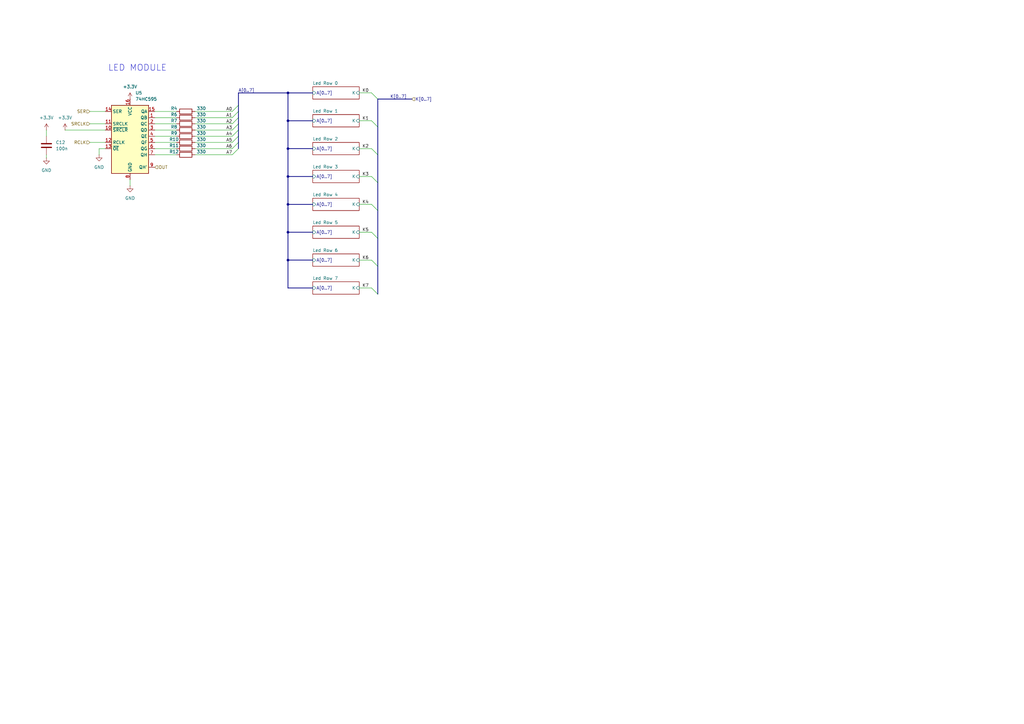
<source format=kicad_sch>
(kicad_sch (version 20231120) (generator "eeschema") (generator_version "8.0")
  (paper "A3")
  (lib_symbols
    (symbol "74xx:74HC595"
      (property "Reference" "U" (at -7.62 13.97 0))
      (property "Value" "74HC595" (at -7.62 -16.51 0))
      (symbol "74HC595_1_0"
        (pin tri_state line (at 10.16 7.62 180) (length 2.54) (name "QB") (number "1"))
        (pin input line (at -10.16 2.54 0) (length 2.54) (name "~{SRCLR}") (number "10"))
        (pin input line (at -10.16 5.08 0) (length 2.54) (name "SRCLK") (number "11"))
        (pin input line (at -10.16 -2.54 0) (length 2.54) (name "RCLK") (number "12"))
        (pin input line (at -10.16 -5.08 0) (length 2.54) (name "~{OE}") (number "13"))
        (pin input line (at -10.16 10.16 0) (length 2.54) (name "SER") (number "14"))
        (pin tri_state line (at 10.16 10.16 180) (length 2.54) (name "QA") (number "15"))
        (pin power_in line (at 0 15.24 270) (length 2.54) (name "VCC") (number "16"))
        (pin tri_state line (at 10.16 5.08 180) (length 2.54) (name "QC") (number "2"))
        (pin tri_state line (at 10.16 2.54 180) (length 2.54) (name "QD") (number "3"))
        (pin tri_state line (at 10.16 0 180) (length 2.54) (name "QE") (number "4"))
        (pin tri_state line (at 10.16 -2.54 180) (length 2.54) (name "QF") (number "5"))
        (pin tri_state line (at 10.16 -5.08 180) (length 2.54) (name "QG") (number "6"))
        (pin tri_state line (at 10.16 -7.62 180) (length 2.54) (name "QH") (number "7"))
        (pin power_in line (at 0 -17.78 90) (length 2.54) (name "GND") (number "8"))
        (pin output line (at 10.16 -12.7 180) (length 2.54) (name "QH'") (number "9"))
      )
      (symbol "74HC595_1_1"
        (rectangle (start -7.62 12.7) (end 7.62 -15.24) (stroke (width 0.254)) (fill (type background)))
      )
    )
    (symbol "Device:C" (pin_numbers hide) (pin_names (offset 0.254))
      (property "Reference" "C" (at 0.635 2.54 0))
      (property "Value" "C" (at 0.635 -2.54 0))
      (symbol "C_0_1"
        (polyline (pts (xy -2.032 -0.762) (xy 2.032 -0.762)) (stroke (width 0.508)))
        (polyline (pts (xy -2.032 0.762) (xy 2.032 0.762)) (stroke (width 0.508)))
      )
      (symbol "C_1_1"
        (pin passive line (at 0 3.81 270) (length 2.794) (name "~") (number "1"))
        (pin passive line (at 0 -3.81 90) (length 2.794) (name "~") (number "2"))
      )
    )
    (symbol "Device:R" (pin_numbers hide) (pin_names (offset 0))
      (property "Reference" "R" (at 2.032 0 90))
      (property "Value" "R" (at 0 0 90))
      (symbol "R_0_1"
        (rectangle (start -1.016 -2.54) (end 1.016 2.54) (stroke (width 0.254)))
      )
      (symbol "R_1_1"
        (pin passive line (at 0 3.81 270) (length 1.27) (name "~") (number "1"))
        (pin passive line (at 0 -3.81 90) (length 1.27) (name "~") (number "2"))
      )
    )
    (symbol "power:+3.3V" (power) (pin_numbers hide) (pin_names (offset 0) hide)
      (property "Value" "+3.3V" (at 0 3.556 0))
      (symbol "+3.3V_0_1"
        (polyline (pts (xy -0.762 1.27) (xy 0 2.54)))
        (polyline (pts (xy 0 0) (xy 0 2.54)))
        (polyline (pts (xy 0 2.54) (xy 0.762 1.27)))
      )
      (symbol "+3.3V_1_1"
        (pin power_in line (at 0 0 90) (length 0) (name "~") (number "1"))
      )
    )
    (symbol "power:GND" (power) (pin_numbers hide) (pin_names (offset 0) hide)
      (property "Value" "GND" (at 0 -3.81 0))
      (symbol "GND_0_1"
        (polyline (pts (xy 0 0) (xy 0 -1.27) (xy 1.27 -1.27) (xy 0 -2.54) (xy -1.27 -1.27) (xy 0 -1.27)))
      )
      (symbol "GND_1_1"
        (pin power_in line (at 0 0 270) (length 0) (name "~") (number "1"))
      )
    )
  )
  (junction (at 118.11 83.82))
  (junction (at 118.11 72.39))
  (junction (at 118.11 49.53))
  (junction (at 118.11 38.1))
  (junction (at 118.11 106.68))
  (junction (at 118.11 60.96))
  (junction (at 118.11 95.25))
  (bus_entry (at 95.25 55.88) (size 2.54 -2.54))
  (bus_entry (at 152.4 38.1) (size 2.54 2.54))
  (bus_entry (at 152.4 118.11) (size 2.54 2.54))
  (bus_entry (at 152.4 72.39) (size 2.54 2.54))
  (bus_entry (at 152.4 49.53) (size 2.54 2.54))
  (bus_entry (at 95.25 58.42) (size 2.54 -2.54))
  (bus_entry (at 95.25 60.96) (size 2.54 -2.54))
  (bus_entry (at 95.25 63.5) (size 2.54 -2.54))
  (bus_entry (at 95.25 48.26) (size 2.54 -2.54))
  (bus_entry (at 152.4 95.25) (size 2.54 2.54))
  (bus_entry (at 152.4 60.96) (size 2.54 2.54))
  (bus_entry (at 95.25 45.72) (size 2.54 -2.54))
  (bus_entry (at 152.4 83.82) (size 2.54 2.54))
  (bus_entry (at 152.4 106.68) (size 2.54 2.54))
  (bus_entry (at 95.25 53.34) (size 2.54 -2.54))
  (bus_entry (at 95.25 50.8) (size 2.54 -2.54))
  (wire (pts (xy 36.83 45.72) (xy 43.18 45.72)))
  (wire (pts (xy 36.83 50.8) (xy 43.18 50.8)))
  (bus (pts (xy 118.11 49.53) (xy 118.11 60.96)))
  (wire (pts (xy 147.32 83.82) (xy 152.4 83.82)))
  (wire (pts (xy 53.34 73.66) (xy 53.34 76.2)))
  (wire (pts (xy 80.01 53.34) (xy 95.25 53.34)))
  (wire (pts (xy 63.5 48.26) (xy 72.39 48.26)))
  (wire (pts (xy 147.32 95.25) (xy 152.4 95.25)))
  (bus (pts (xy 118.11 60.96) (xy 118.11 72.39)))
  (bus (pts (xy 154.94 40.64) (xy 168.91 40.64)))
  (wire (pts (xy 36.83 58.42) (xy 43.18 58.42)))
  (bus (pts (xy 118.11 106.68) (xy 118.11 118.11)))
  (wire (pts (xy 19.05 53.34) (xy 19.05 55.88)))
  (wire (pts (xy 63.5 63.5) (xy 72.39 63.5)))
  (wire (pts (xy 147.32 118.11) (xy 152.4 118.11)))
  (bus (pts (xy 118.11 38.1) (xy 128.27 38.1)))
  (bus (pts (xy 118.11 95.25) (xy 118.11 106.68)))
  (bus (pts (xy 118.11 60.96) (xy 128.27 60.96)))
  (bus (pts (xy 118.11 72.39) (xy 128.27 72.39)))
  (bus (pts (xy 118.11 83.82) (xy 118.11 95.25)))
  (wire (pts (xy 80.01 63.5) (xy 95.25 63.5)))
  (bus (pts (xy 97.79 55.88) (xy 97.79 53.34)))
  (bus (pts (xy 97.79 38.1) (xy 118.11 38.1)))
  (bus (pts (xy 97.79 60.96) (xy 97.79 58.42)))
  (bus (pts (xy 154.94 97.79) (xy 154.94 86.36)))
  (bus (pts (xy 118.11 106.68) (xy 128.27 106.68)))
  (bus (pts (xy 97.79 48.26) (xy 97.79 45.72)))
  (bus (pts (xy 118.11 118.11) (xy 128.27 118.11)))
  (bus (pts (xy 154.94 63.5) (xy 154.94 52.07)))
  (wire (pts (xy 147.32 49.53) (xy 152.4 49.53)))
  (wire (pts (xy 80.01 50.8) (xy 95.25 50.8)))
  (wire (pts (xy 63.5 58.42) (xy 72.39 58.42)))
  (wire (pts (xy 147.32 72.39) (xy 152.4 72.39)))
  (wire (pts (xy 147.32 60.96) (xy 152.4 60.96)))
  (wire (pts (xy 63.5 50.8) (xy 72.39 50.8)))
  (wire (pts (xy 80.01 60.96) (xy 95.25 60.96)))
  (wire (pts (xy 63.5 53.34) (xy 72.39 53.34)))
  (bus (pts (xy 97.79 58.42) (xy 97.79 55.88)))
  (wire (pts (xy 80.01 45.72) (xy 95.25 45.72)))
  (wire (pts (xy 80.01 58.42) (xy 95.25 58.42)))
  (bus (pts (xy 154.94 109.22) (xy 154.94 97.79)))
  (wire (pts (xy 40.64 60.96) (xy 43.18 60.96)))
  (bus (pts (xy 97.79 53.34) (xy 97.79 50.8)))
  (bus (pts (xy 154.94 120.65) (xy 154.94 109.22)))
  (bus (pts (xy 118.11 95.25) (xy 128.27 95.25)))
  (wire (pts (xy 80.01 55.88) (xy 95.25 55.88)))
  (wire (pts (xy 80.01 48.26) (xy 95.25 48.26)))
  (bus (pts (xy 118.11 49.53) (xy 128.27 49.53)))
  (wire (pts (xy 19.05 63.5) (xy 19.05 64.77)))
  (bus (pts (xy 154.94 52.07) (xy 154.94 40.64)))
  (wire (pts (xy 147.32 106.68) (xy 152.4 106.68)))
  (bus (pts (xy 97.79 45.72) (xy 97.79 43.18)))
  (wire (pts (xy 63.5 55.88) (xy 72.39 55.88)))
  (wire (pts (xy 26.67 53.34) (xy 43.18 53.34)))
  (bus (pts (xy 97.79 50.8) (xy 97.79 48.26)))
  (wire (pts (xy 147.32 38.1) (xy 152.4 38.1)))
  (bus (pts (xy 118.11 83.82) (xy 128.27 83.82)))
  (bus (pts (xy 97.79 43.18) (xy 97.79 38.1)))
  (bus (pts (xy 154.94 74.93) (xy 154.94 63.5)))
  (bus (pts (xy 154.94 86.36) (xy 154.94 74.93)))
  (bus (pts (xy 118.11 38.1) (xy 118.11 49.53)))
  (wire (pts (xy 40.64 63.5) (xy 40.64 60.96)))
  (wire (pts (xy 63.5 60.96) (xy 72.39 60.96)))
  (wire (pts (xy 63.5 45.72) (xy 72.39 45.72)))
  (bus (pts (xy 118.11 72.39) (xy 118.11 83.82)))
  (text "LED MODULE" (at 56.388 27.94 0) (effects (font (size 2.54 2.54))))
  (label "A1" (at 95.25 48.26 180))
  (label "A4" (at 95.25 55.88 180))
  (label "K2" (at 148.59 60.96 0))
  (label "A0" (at 95.25 45.72 180))
  (label "K4" (at 148.59 83.82 0))
  (label "K5" (at 148.59 95.25 0))
  (label "K6" (at 148.59 106.68 0))
  (label "K3" (at 148.59 72.39 0))
  (label "K[0..7]" (at 160.02 40.64 0))
  (label "K0" (at 148.59 38.1 0))
  (label "A[0..7]" (at 97.79 38.1 0))
  (label "A3" (at 95.25 53.34 180))
  (label "K7" (at 148.59 118.11 0))
  (label "A2" (at 95.25 50.8 180))
  (label "K1" (at 148.59 49.53 0))
  (label "A5" (at 95.25 58.42 180))
  (label "A6" (at 95.25 60.96 180))
  (label "A7" (at 95.25 63.5 180))
  (hierarchical_label "K[0..7]" (shape input) (at 168.91 40.64 0))
  (hierarchical_label "SER" (shape input) (at 36.83 45.72 180))
  (hierarchical_label "SRCLK" (shape input) (at 36.83 50.8 180))
  (hierarchical_label "OUT" (shape input) (at 63.5 68.58 0))
  (hierarchical_label "RCLK" (shape input) (at 36.83 58.42 180))
  (symbol (lib_id "Device:C") (at 19.05 59.69 0) (unit 1)
    (property "Reference" "C12" (at 22.86 58.4199 0) (effects (justify left)))
    (property "Value" "100n" (at 22.86 60.9599 0) (effects (justify left)))
    (property "Footprint" "Capacitor_SMD:C_0402_1005Metric" (effects (hide yes)))
    (property "Description" "Unpolarized capacitor" (effects (hide yes)))
    (instances (project "electronics-practice" (path "" (reference "C12") (unit 1)) (path "" (reference "C13") (unit 1)) (path "" (reference "C14") (unit 1)) (path "" (reference "C15") (unit 1)) (path "" (reference "C16") (unit 1)) (path "" (reference "C22") (unit 1)) (path "" (reference "C23") (unit 1)) (path "" (reference "C24") (unit 1)) (path "" (reference "C25") (unit 1)) (path "" (reference "C26") (unit 1)) (path "" (reference "C27") (unit 1)) (path "" (reference "C28") (unit 1)) (path "" (reference "C29") (unit 1)) (path "" (reference "C30") (unit 1)) (path "" (reference "C31") (unit 1)) (path "" (reference "C32") (unit 1))))
  )
  (symbol (lib_id "Device:R") (at 76.2 63.5 90) (unit 1)
    (property "Reference" "R12" (at 71.374 62.23 90))
    (property "Value" "330" (at 82.55 62.23 90))
    (property "Footprint" "Resistor_SMD:R_0402_1005Metric" (effects (hide yes)))
    (property "Description" "Resistor" (effects (hide yes)))
    (instances (project "electronics-practice" (path "" (reference "R12") (unit 1)) (path "" (reference "R20") (unit 1)) (path "" (reference "R27") (unit 1)) (path "" (reference "R35") (unit 1)) (path "" (reference "R43") (unit 1)) (path "" (reference "R51") (unit 1)) (path "" (reference "R59") (unit 1)) (path "" (reference "R67") (unit 1)) (path "" (reference "R75") (unit 1)) (path "" (reference "R83") (unit 1)) (path "" (reference "R91") (unit 1)) (path "" (reference "R99") (unit 1)) (path "" (reference "R107") (unit 1)) (path "" (reference "R115") (unit 1)) (path "" (reference "R123") (unit 1)) (path "" (reference "R131") (unit 1))))
  )
  (symbol (lib_id "Device:R") (at 76.2 58.42 90) (unit 1)
    (property "Reference" "R10" (at 71.374 57.15 90))
    (property "Value" "330" (at 82.55 57.15 90))
    (property "Footprint" "Resistor_SMD:R_0402_1005Metric" (effects (hide yes)))
    (property "Description" "Resistor" (effects (hide yes)))
    (instances (project "electronics-practice" (path "" (reference "R10") (unit 1)) (path "" (reference "R18") (unit 1)) (path "" (reference "R25") (unit 1)) (path "" (reference "R33") (unit 1)) (path "" (reference "R41") (unit 1)) (path "" (reference "R49") (unit 1)) (path "" (reference "R57") (unit 1)) (path "" (reference "R65") (unit 1)) (path "" (reference "R73") (unit 1)) (path "" (reference "R81") (unit 1)) (path "" (reference "R89") (unit 1)) (path "" (reference "R97") (unit 1)) (path "" (reference "R105") (unit 1)) (path "" (reference "R113") (unit 1)) (path "" (reference "R121") (unit 1)) (path "" (reference "R129") (unit 1))))
  )
  (symbol (lib_id "power:GND") (at 40.64 63.5 0) (unit 1)
    (property "Reference" "#PWR041" (effects (hide yes)))
    (property "Value" "GND" (at 40.64 68.58 0))
    (property "Description" "Power symbol creates a global label with name \"GND\" , ground" (effects (hide yes)))
    (instances (project "electronics-practice" (path "" (reference "#PWR041") (unit 1)) (path "" (reference "#PWR050") (unit 1)) (path "" (reference "#PWR056") (unit 1)) (path "" (reference "#PWR070") (unit 1)) (path "" (reference "#PWR084") (unit 1)) (path "" (reference "#PWR0100") (unit 1)) (path "" (reference "#PWR0118") (unit 1)) (path "" (reference "#PWR0138") (unit 1)) (path "" (reference "#PWR0154") (unit 1)) (path "" (reference "#PWR0160") (unit 1)) (path "" (reference "#PWR0166") (unit 1)) (path "" (reference "#PWR0172") (unit 1)) (path "" (reference "#PWR0210") (unit 1)) (path "" (reference "#PWR0216") (unit 1)) (path "" (reference "#PWR0222") (unit 1)) (path "" (reference "#PWR0228") (unit 1))))
  )
  (symbol (lib_id "Device:R") (at 76.2 48.26 90) (unit 1)
    (property "Reference" "R6" (at 71.374 46.99 90))
    (property "Value" "330" (at 82.55 46.99 90))
    (property "Footprint" "Resistor_SMD:R_0402_1005Metric" (effects (hide yes)))
    (property "Description" "Resistor" (effects (hide yes)))
    (instances (project "electronics-practice" (path "" (reference "R6") (unit 1)) (path "" (reference "R14") (unit 1)) (path "" (reference "R21") (unit 1)) (path "" (reference "R29") (unit 1)) (path "" (reference "R37") (unit 1)) (path "" (reference "R45") (unit 1)) (path "" (reference "R53") (unit 1)) (path "" (reference "R61") (unit 1)) (path "" (reference "R69") (unit 1)) (path "" (reference "R77") (unit 1)) (path "" (reference "R85") (unit 1)) (path "" (reference "R93") (unit 1)) (path "" (reference "R101") (unit 1)) (path "" (reference "R109") (unit 1)) (path "" (reference "R117") (unit 1)) (path "" (reference "R125") (unit 1))))
  )
  (symbol (lib_id "power:GND") (at 19.05 64.77 0) (unit 1)
    (property "Reference" "#PWR0103" (effects (hide yes)))
    (property "Value" "GND" (at 19.05 69.85 0))
    (property "Description" "Power symbol creates a global label with name \"GND\" , ground" (effects (hide yes)))
    (instances (project "electronics-practice" (path "" (reference "#PWR0103") (unit 1)) (path "" (reference "#PWR054") (unit 1)) (path "" (reference "#PWR068") (unit 1)) (path "" (reference "#PWR082") (unit 1)) (path "" (reference "#PWR098") (unit 1)) (path "" (reference "#PWR0116") (unit 1)) (path "" (reference "#PWR0134") (unit 1)) (path "" (reference "#PWR0152") (unit 1)) (path "" (reference "#PWR0158") (unit 1)) (path "" (reference "#PWR0164") (unit 1)) (path "" (reference "#PWR0170") (unit 1)) (path "" (reference "#PWR0208") (unit 1)) (path "" (reference "#PWR0214") (unit 1)) (path "" (reference "#PWR0220") (unit 1)) (path "" (reference "#PWR0226") (unit 1)) (path "" (reference "#PWR047") (unit 1))))
  )
  (symbol (lib_id "Device:R") (at 76.2 60.96 90) (unit 1)
    (property "Reference" "R11" (at 71.374 59.69 90))
    (property "Value" "330" (at 82.55 59.69 90))
    (property "Footprint" "Resistor_SMD:R_0402_1005Metric" (effects (hide yes)))
    (property "Description" "Resistor" (effects (hide yes)))
    (instances (project "electronics-practice" (path "" (reference "R11") (unit 1)) (path "" (reference "R19") (unit 1)) (path "" (reference "R26") (unit 1)) (path "" (reference "R34") (unit 1)) (path "" (reference "R42") (unit 1)) (path "" (reference "R50") (unit 1)) (path "" (reference "R58") (unit 1)) (path "" (reference "R66") (unit 1)) (path "" (reference "R74") (unit 1)) (path "" (reference "R82") (unit 1)) (path "" (reference "R90") (unit 1)) (path "" (reference "R98") (unit 1)) (path "" (reference "R106") (unit 1)) (path "" (reference "R114") (unit 1)) (path "" (reference "R122") (unit 1)) (path "" (reference "R130") (unit 1))))
  )
  (symbol (lib_id "power:+3.3V") (at 26.67 53.34 0) (unit 1)
    (property "Reference" "#PWR040" (effects (hide yes)))
    (property "Value" "+3.3V" (at 26.67 48.26 0))
    (property "Description" "Power symbol creates a global label with name \"+3.3V\"" (effects (hide yes)))
    (instances (project "electronics-practice" (path "" (reference "#PWR040") (unit 1)) (path "" (reference "#PWR049") (unit 1)) (path "" (reference "#PWR055") (unit 1)) (path "" (reference "#PWR069") (unit 1)) (path "" (reference "#PWR083") (unit 1)) (path "" (reference "#PWR099") (unit 1)) (path "" (reference "#PWR0117") (unit 1)) (path "" (reference "#PWR0135") (unit 1)) (path "" (reference "#PWR0153") (unit 1)) (path "" (reference "#PWR0159") (unit 1)) (path "" (reference "#PWR0165") (unit 1)) (path "" (reference "#PWR0171") (unit 1)) (path "" (reference "#PWR0209") (unit 1)) (path "" (reference "#PWR0215") (unit 1)) (path "" (reference "#PWR0221") (unit 1)) (path "" (reference "#PWR0227") (unit 1))))
  )
  (symbol (lib_id "Device:R") (at 76.2 45.72 90) (unit 1)
    (property "Reference" "R4" (at 71.374 44.45 90))
    (property "Value" "330" (at 82.55 44.45 90))
    (property "Footprint" "Resistor_SMD:R_0402_1005Metric" (effects (hide yes)))
    (property "Description" "Resistor" (effects (hide yes)))
    (instances (project "electronics-practice" (path "" (reference "R4") (unit 1)) (path "" (reference "R5") (unit 1)) (path "" (reference "R13") (unit 1)) (path "" (reference "R28") (unit 1)) (path "" (reference "R36") (unit 1)) (path "" (reference "R44") (unit 1)) (path "" (reference "R52") (unit 1)) (path "" (reference "R60") (unit 1)) (path "" (reference "R68") (unit 1)) (path "" (reference "R76") (unit 1)) (path "" (reference "R84") (unit 1)) (path "" (reference "R92") (unit 1)) (path "" (reference "R100") (unit 1)) (path "" (reference "R108") (unit 1)) (path "" (reference "R116") (unit 1)) (path "" (reference "R124") (unit 1))))
  )
  (symbol (lib_id "power:+3.3V") (at 19.05 53.34 0) (unit 1)
    (property "Reference" "#PWR044" (effects (hide yes)))
    (property "Value" "+3.3V" (at 19.05 48.26 0))
    (property "Description" "Power symbol creates a global label with name \"+3.3V\"" (effects (hide yes)))
    (instances (project "electronics-practice" (path "" (reference "#PWR044") (unit 1)) (path "" (reference "#PWR046") (unit 1)) (path "" (reference "#PWR045") (unit 1)) (path "" (reference "#PWR067") (unit 1)) (path "" (reference "#PWR081") (unit 1)) (path "" (reference "#PWR095") (unit 1)) (path "" (reference "#PWR0115") (unit 1)) (path "" (reference "#PWR0133") (unit 1)) (path "" (reference "#PWR0151") (unit 1)) (path "" (reference "#PWR0157") (unit 1)) (path "" (reference "#PWR0163") (unit 1)) (path "" (reference "#PWR0169") (unit 1)) (path "" (reference "#PWR0207") (unit 1)) (path "" (reference "#PWR0213") (unit 1)) (path "" (reference "#PWR0219") (unit 1)) (path "" (reference "#PWR0225") (unit 1))))
  )
  (symbol (lib_id "Device:R") (at 76.2 53.34 90) (unit 1)
    (property "Reference" "R8" (at 71.374 52.07 90))
    (property "Value" "330" (at 82.55 52.07 90))
    (property "Footprint" "Resistor_SMD:R_0402_1005Metric" (effects (hide yes)))
    (property "Description" "Resistor" (effects (hide yes)))
    (instances (project "electronics-practice" (path "" (reference "R8") (unit 1)) (path "" (reference "R16") (unit 1)) (path "" (reference "R23") (unit 1)) (path "" (reference "R31") (unit 1)) (path "" (reference "R39") (unit 1)) (path "" (reference "R47") (unit 1)) (path "" (reference "R55") (unit 1)) (path "" (reference "R63") (unit 1)) (path "" (reference "R71") (unit 1)) (path "" (reference "R79") (unit 1)) (path "" (reference "R87") (unit 1)) (path "" (reference "R95") (unit 1)) (path "" (reference "R103") (unit 1)) (path "" (reference "R111") (unit 1)) (path "" (reference "R119") (unit 1)) (path "" (reference "R127") (unit 1))))
  )
  (symbol (lib_id "Device:R") (at 76.2 50.8 90) (unit 1)
    (property "Reference" "R7" (at 71.374 49.53 90))
    (property "Value" "330" (at 82.55 49.53 90))
    (property "Footprint" "Resistor_SMD:R_0402_1005Metric" (effects (hide yes)))
    (property "Description" "Resistor" (effects (hide yes)))
    (instances (project "electronics-practice" (path "" (reference "R7") (unit 1)) (path "" (reference "R15") (unit 1)) (path "" (reference "R22") (unit 1)) (path "" (reference "R30") (unit 1)) (path "" (reference "R38") (unit 1)) (path "" (reference "R46") (unit 1)) (path "" (reference "R54") (unit 1)) (path "" (reference "R62") (unit 1)) (path "" (reference "R70") (unit 1)) (path "" (reference "R78") (unit 1)) (path "" (reference "R86") (unit 1)) (path "" (reference "R94") (unit 1)) (path "" (reference "R102") (unit 1)) (path "" (reference "R110") (unit 1)) (path "" (reference "R118") (unit 1)) (path "" (reference "R126") (unit 1))))
  )
  (symbol (lib_id "power:+3.3V") (at 53.34 40.64 0) (unit 1)
    (property "Reference" "#PWR042" (effects (hide yes)))
    (property "Value" "+3.3V" (at 53.34 35.56 0))
    (property "Description" "Power symbol creates a global label with name \"+3.3V\"" (effects (hide yes)))
    (instances (project "electronics-practice" (path "" (reference "#PWR042") (unit 1)) (path "" (reference "#PWR051") (unit 1)) (path "" (reference "#PWR057") (unit 1)) (path "" (reference "#PWR071") (unit 1)) (path "" (reference "#PWR085") (unit 1)) (path "" (reference "#PWR0101") (unit 1)) (path "" (reference "#PWR0119") (unit 1)) (path "" (reference "#PWR0139") (unit 1)) (path "" (reference "#PWR0155") (unit 1)) (path "" (reference "#PWR0161") (unit 1)) (path "" (reference "#PWR0167") (unit 1)) (path "" (reference "#PWR0173") (unit 1)) (path "" (reference "#PWR0211") (unit 1)) (path "" (reference "#PWR0217") (unit 1)) (path "" (reference "#PWR0223") (unit 1)) (path "" (reference "#PWR0229") (unit 1))))
  )
  (symbol (lib_id "Device:R") (at 76.2 55.88 90) (unit 1)
    (property "Reference" "R9" (at 71.374 54.61 90))
    (property "Value" "330" (at 82.55 54.61 90))
    (property "Footprint" "Resistor_SMD:R_0402_1005Metric" (effects (hide yes)))
    (property "Description" "Resistor" (effects (hide yes)))
    (instances (project "electronics-practice" (path "" (reference "R9") (unit 1)) (path "" (reference "R17") (unit 1)) (path "" (reference "R24") (unit 1)) (path "" (reference "R32") (unit 1)) (path "" (reference "R40") (unit 1)) (path "" (reference "R48") (unit 1)) (path "" (reference "R56") (unit 1)) (path "" (reference "R64") (unit 1)) (path "" (reference "R72") (unit 1)) (path "" (reference "R80") (unit 1)) (path "" (reference "R88") (unit 1)) (path "" (reference "R96") (unit 1)) (path "" (reference "R104") (unit 1)) (path "" (reference "R112") (unit 1)) (path "" (reference "R120") (unit 1)) (path "" (reference "R128") (unit 1))))
  )
  (symbol (lib_id "power:GND") (at 53.34 76.2 0) (unit 1)
    (property "Reference" "#PWR043" (effects (hide yes)))
    (property "Value" "GND" (at 53.34 81.28 0))
    (property "Description" "Power symbol creates a global label with name \"GND\" , ground" (effects (hide yes)))
    (instances (project "electronics-practice" (path "" (reference "#PWR043") (unit 1)) (path "" (reference "#PWR052") (unit 1)) (path "" (reference "#PWR058") (unit 1)) (path "" (reference "#PWR072") (unit 1)) (path "" (reference "#PWR086") (unit 1)) (path "" (reference "#PWR0102") (unit 1)) (path "" (reference "#PWR0122") (unit 1)) (path "" (reference "#PWR0140") (unit 1)) (path "" (reference "#PWR0156") (unit 1)) (path "" (reference "#PWR0162") (unit 1)) (path "" (reference "#PWR0168") (unit 1)) (path "" (reference "#PWR0174") (unit 1)) (path "" (reference "#PWR0212") (unit 1)) (path "" (reference "#PWR0218") (unit 1)) (path "" (reference "#PWR0224") (unit 1)) (path "" (reference "#PWR0230") (unit 1))))
  )
  (symbol (lib_id "74xx:74HC595") (at 53.34 55.88 0) (unit 1)
    (property "Reference" "U5" (at 55.5341 38.1 0) (effects (justify left)))
    (property "Value" "74HC595" (at 55.5341 40.64 0) (effects (justify left)))
    (property "Footprint" "Package_SO:SOIC-16_3.9x9.9mm_P1.27mm" (effects (hide yes)))
    (property "Datasheet" "http://www.ti.com/lit/ds/symlink/sn74hc595.pdf" (effects (hide yes)))
    (property "Description" "8-bit serial in/out Shift Register 3-State Outputs" (effects (hide yes)))
    (instances (project "electronics-practice" (path "" (reference "U5") (unit 1)) (path "" (reference "U6") (unit 1)) (path "" (reference "U7") (unit 1)) (path "" (reference "U8") (unit 1)) (path "" (reference "U9") (unit 1)) (path "" (reference "U10") (unit 1)) (path "" (reference "U11") (unit 1)) (path "" (reference "U12") (unit 1)) (path "" (reference "U13") (unit 1)) (path "" (reference "U14") (unit 1)) (path "" (reference "U15") (unit 1)) (path "" (reference "U16") (unit 1)) (path "" (reference "U17") (unit 1)) (path "" (reference "U18") (unit 1)) (path "" (reference "U19") (unit 1)) (path "" (reference "U20") (unit 1))))
  )
  (sheet (at 128.27 81.28) (size 19.05 5.08) (stroke (width 0.1524))
    (property "Sheetname" "Led Row 4" (at 128.27 80.5684 0) (effects (justify left bottom)))
    (property "Sheetfile" "led_row.kicad_sch" (effects (hide yes)))
    (pin "A[0..7]" input (at 128.27 83.82 180))
    (pin "K" input (at 147.32 83.82 0))
  )
  (sheet (at 128.27 69.85) (size 19.05 5.08) (stroke (width 0.1524))
    (property "Sheetname" "Led Row 3" (at 128.27 69.1384 0) (effects (justify left bottom)))
    (property "Sheetfile" "led_row.kicad_sch" (effects (hide yes)))
    (pin "A[0..7]" input (at 128.27 72.39 180))
    (pin "K" input (at 147.32 72.39 0))
  )
  (sheet (at 128.27 35.56) (size 19.05 5.08) (stroke (width 0.1524))
    (property "Sheetname" "Led Row 0" (at 128.27 34.8484 0) (effects (justify left bottom)))
    (property "Sheetfile" "led_row.kicad_sch" (effects (hide yes)))
    (pin "A[0..7]" input (at 128.27 38.1 180))
    (pin "K" input (at 147.32 38.1 0))
  )
  (sheet (at 128.27 115.57) (size 19.05 5.08) (stroke (width 0.1524))
    (property "Sheetname" "Led Row 7" (at 128.27 114.8584 0) (effects (justify left bottom)))
    (property "Sheetfile" "led_row.kicad_sch" (effects (hide yes)))
    (pin "A[0..7]" input (at 128.27 118.11 180))
    (pin "K" input (at 147.32 118.11 0))
  )
  (sheet (at 128.27 46.99) (size 19.05 5.08) (stroke (width 0.1524))
    (property "Sheetname" "Led Row 1" (at 128.27 46.2784 0) (effects (justify left bottom)))
    (property "Sheetfile" "led_row.kicad_sch" (effects (hide yes)))
    (pin "A[0..7]" input (at 128.27 49.53 180))
    (pin "K" input (at 147.32 49.53 0))
  )
  (sheet (at 128.27 92.71) (size 19.05 5.08) (stroke (width 0.1524))
    (property "Sheetname" "Led Row 5" (at 128.27 91.9984 0) (effects (justify left bottom)))
    (property "Sheetfile" "led_row.kicad_sch" (effects (hide yes)))
    (pin "A[0..7]" input (at 128.27 95.25 180))
    (pin "K" input (at 147.32 95.25 0))
  )
  (sheet (at 128.27 104.14) (size 19.05 5.08) (stroke (width 0.1524))
    (property "Sheetname" "Led Row 6" (at 128.27 103.4284 0) (effects (justify left bottom)))
    (property "Sheetfile" "led_row.kicad_sch" (effects (hide yes)))
    (pin "A[0..7]" input (at 128.27 106.68 180))
    (pin "K" input (at 147.32 106.68 0))
  )
  (sheet (at 128.27 58.42) (size 19.05 5.08) (stroke (width 0.1524))
    (property "Sheetname" "Led Row 2" (at 128.27 57.7084 0) (effects (justify left bottom)))
    (property "Sheetfile" "led_row.kicad_sch" (effects (hide yes)))
    (pin "A[0..7]" input (at 128.27 60.96 180))
    (pin "K" input (at 147.32 60.96 0))
  )
)
</source>
